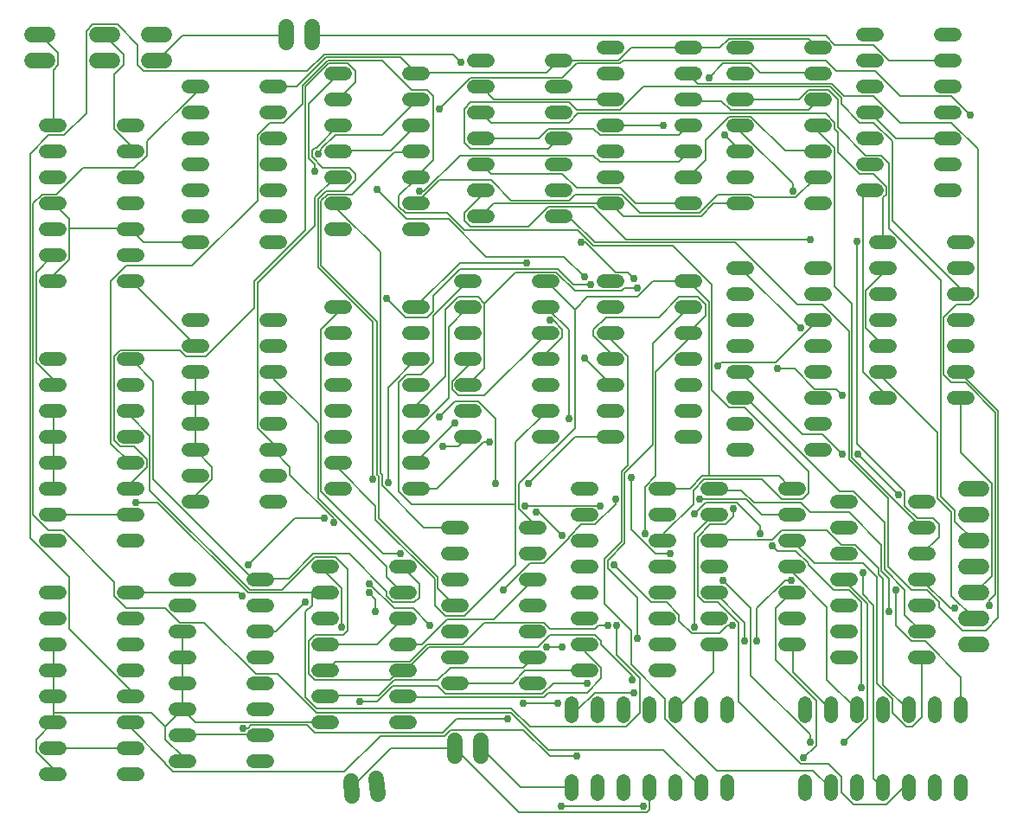
<source format=gbr>
G04 EAGLE Gerber RS-274X export*
G75*
%MOMM*%
%FSLAX34Y34*%
%LPD*%
%INTop Copper*%
%IPPOS*%
%AMOC8*
5,1,8,0,0,1.08239X$1,22.5*%
G01*
%ADD10C,1.320800*%
%ADD11C,1.524000*%
%ADD12C,0.152400*%
%ADD13C,0.756400*%


D10*
X571500Y31496D02*
X571500Y44704D01*
X596900Y44704D02*
X596900Y31496D01*
X723900Y31496D02*
X723900Y44704D01*
X723900Y107696D02*
X723900Y120904D01*
X622300Y44704D02*
X622300Y31496D01*
X647700Y31496D02*
X647700Y44704D01*
X698500Y44704D02*
X698500Y31496D01*
X673100Y31496D02*
X673100Y44704D01*
X698500Y107696D02*
X698500Y120904D01*
X673100Y120904D02*
X673100Y107696D01*
X647700Y107696D02*
X647700Y120904D01*
X622300Y120904D02*
X622300Y107696D01*
X596900Y107696D02*
X596900Y120904D01*
X571500Y120904D02*
X571500Y107696D01*
X349504Y508000D02*
X336296Y508000D01*
X336296Y482600D02*
X349504Y482600D01*
X349504Y355600D02*
X336296Y355600D01*
X336296Y330200D02*
X349504Y330200D01*
X349504Y457200D02*
X336296Y457200D01*
X336296Y431800D02*
X349504Y431800D01*
X349504Y381000D02*
X336296Y381000D01*
X336296Y406400D02*
X349504Y406400D01*
X412496Y330200D02*
X425704Y330200D01*
X425704Y355600D02*
X412496Y355600D01*
X412496Y381000D02*
X425704Y381000D01*
X425704Y406400D02*
X412496Y406400D01*
X412496Y431800D02*
X425704Y431800D01*
X425704Y457200D02*
X412496Y457200D01*
X412496Y482600D02*
X425704Y482600D01*
X425704Y508000D02*
X412496Y508000D01*
X729996Y546100D02*
X743204Y546100D01*
X743204Y520700D02*
X729996Y520700D01*
X729996Y393700D02*
X743204Y393700D01*
X743204Y368300D02*
X729996Y368300D01*
X729996Y495300D02*
X743204Y495300D01*
X743204Y469900D02*
X729996Y469900D01*
X729996Y419100D02*
X743204Y419100D01*
X743204Y444500D02*
X729996Y444500D01*
X806196Y368300D02*
X819404Y368300D01*
X819404Y393700D02*
X806196Y393700D01*
X806196Y419100D02*
X819404Y419100D01*
X819404Y444500D02*
X806196Y444500D01*
X806196Y469900D02*
X819404Y469900D01*
X819404Y495300D02*
X806196Y495300D01*
X806196Y520700D02*
X819404Y520700D01*
X819404Y546100D02*
X806196Y546100D01*
X349504Y736600D02*
X336296Y736600D01*
X336296Y711200D02*
X349504Y711200D01*
X349504Y584200D02*
X336296Y584200D01*
X412496Y584200D02*
X425704Y584200D01*
X349504Y685800D02*
X336296Y685800D01*
X336296Y660400D02*
X349504Y660400D01*
X349504Y609600D02*
X336296Y609600D01*
X336296Y635000D02*
X349504Y635000D01*
X412496Y609600D02*
X425704Y609600D01*
X425704Y635000D02*
X412496Y635000D01*
X412496Y660400D02*
X425704Y660400D01*
X425704Y685800D02*
X412496Y685800D01*
X412496Y711200D02*
X425704Y711200D01*
X425704Y736600D02*
X412496Y736600D01*
X336804Y254000D02*
X323596Y254000D01*
X323596Y228600D02*
X336804Y228600D01*
X336804Y101600D02*
X323596Y101600D01*
X399796Y101600D02*
X413004Y101600D01*
X336804Y203200D02*
X323596Y203200D01*
X323596Y177800D02*
X336804Y177800D01*
X336804Y127000D02*
X323596Y127000D01*
X323596Y152400D02*
X336804Y152400D01*
X399796Y127000D02*
X413004Y127000D01*
X413004Y152400D02*
X399796Y152400D01*
X399796Y177800D02*
X413004Y177800D01*
X413004Y203200D02*
X399796Y203200D01*
X399796Y228600D02*
X413004Y228600D01*
X413004Y254000D02*
X399796Y254000D01*
X602996Y533400D02*
X616204Y533400D01*
X616204Y508000D02*
X602996Y508000D01*
X602996Y381000D02*
X616204Y381000D01*
X679196Y381000D02*
X692404Y381000D01*
X616204Y482600D02*
X602996Y482600D01*
X602996Y457200D02*
X616204Y457200D01*
X616204Y406400D02*
X602996Y406400D01*
X602996Y431800D02*
X616204Y431800D01*
X679196Y406400D02*
X692404Y406400D01*
X692404Y431800D02*
X679196Y431800D01*
X679196Y457200D02*
X692404Y457200D01*
X692404Y482600D02*
X679196Y482600D01*
X679196Y508000D02*
X692404Y508000D01*
X692404Y533400D02*
X679196Y533400D01*
X704596Y330200D02*
X717804Y330200D01*
X717804Y304800D02*
X704596Y304800D01*
X704596Y177800D02*
X717804Y177800D01*
X780796Y177800D02*
X794004Y177800D01*
X717804Y279400D02*
X704596Y279400D01*
X704596Y254000D02*
X717804Y254000D01*
X717804Y203200D02*
X704596Y203200D01*
X704596Y228600D02*
X717804Y228600D01*
X780796Y203200D02*
X794004Y203200D01*
X794004Y228600D02*
X780796Y228600D01*
X780796Y254000D02*
X794004Y254000D01*
X794004Y279400D02*
X780796Y279400D01*
X780796Y304800D02*
X794004Y304800D01*
X794004Y330200D02*
X780796Y330200D01*
X616204Y762000D02*
X602996Y762000D01*
X602996Y736600D02*
X616204Y736600D01*
X616204Y609600D02*
X602996Y609600D01*
X679196Y609600D02*
X692404Y609600D01*
X616204Y711200D02*
X602996Y711200D01*
X602996Y685800D02*
X616204Y685800D01*
X616204Y635000D02*
X602996Y635000D01*
X602996Y660400D02*
X616204Y660400D01*
X679196Y635000D02*
X692404Y635000D01*
X692404Y660400D02*
X679196Y660400D01*
X679196Y685800D02*
X692404Y685800D01*
X692404Y711200D02*
X679196Y711200D01*
X679196Y736600D02*
X692404Y736600D01*
X692404Y762000D02*
X679196Y762000D01*
X476504Y533400D02*
X463296Y533400D01*
X463296Y508000D02*
X476504Y508000D01*
X476504Y381000D02*
X463296Y381000D01*
X539496Y381000D02*
X552704Y381000D01*
X476504Y482600D02*
X463296Y482600D01*
X463296Y457200D02*
X476504Y457200D01*
X476504Y406400D02*
X463296Y406400D01*
X463296Y431800D02*
X476504Y431800D01*
X539496Y406400D02*
X552704Y406400D01*
X552704Y431800D02*
X539496Y431800D01*
X539496Y457200D02*
X552704Y457200D01*
X552704Y482600D02*
X539496Y482600D01*
X539496Y508000D02*
X552704Y508000D01*
X552704Y533400D02*
X539496Y533400D01*
X869696Y571500D02*
X882904Y571500D01*
X882904Y546100D02*
X869696Y546100D01*
X869696Y419100D02*
X882904Y419100D01*
X945896Y419100D02*
X959104Y419100D01*
X882904Y520700D02*
X869696Y520700D01*
X869696Y495300D02*
X882904Y495300D01*
X882904Y444500D02*
X869696Y444500D01*
X869696Y469900D02*
X882904Y469900D01*
X945896Y444500D02*
X959104Y444500D01*
X959104Y469900D02*
X945896Y469900D01*
X945896Y495300D02*
X959104Y495300D01*
X959104Y520700D02*
X945896Y520700D01*
X945896Y546100D02*
X959104Y546100D01*
X959104Y571500D02*
X945896Y571500D01*
X743204Y762000D02*
X729996Y762000D01*
X729996Y736600D02*
X743204Y736600D01*
X743204Y609600D02*
X729996Y609600D01*
X806196Y609600D02*
X819404Y609600D01*
X743204Y711200D02*
X729996Y711200D01*
X729996Y685800D02*
X743204Y685800D01*
X743204Y635000D02*
X729996Y635000D01*
X729996Y660400D02*
X743204Y660400D01*
X806196Y635000D02*
X819404Y635000D01*
X819404Y660400D02*
X806196Y660400D01*
X806196Y685800D02*
X819404Y685800D01*
X819404Y711200D02*
X806196Y711200D01*
X806196Y736600D02*
X819404Y736600D01*
X819404Y762000D02*
X806196Y762000D01*
X70104Y685800D02*
X56896Y685800D01*
X56896Y660400D02*
X70104Y660400D01*
X70104Y533400D02*
X56896Y533400D01*
X133096Y533400D02*
X146304Y533400D01*
X70104Y635000D02*
X56896Y635000D01*
X56896Y609600D02*
X70104Y609600D01*
X70104Y558800D02*
X56896Y558800D01*
X56896Y584200D02*
X70104Y584200D01*
X133096Y558800D02*
X146304Y558800D01*
X146304Y584200D02*
X133096Y584200D01*
X133096Y609600D02*
X146304Y609600D01*
X146304Y635000D02*
X133096Y635000D01*
X133096Y660400D02*
X146304Y660400D01*
X146304Y685800D02*
X133096Y685800D01*
X450596Y292100D02*
X463804Y292100D01*
X463804Y266700D02*
X450596Y266700D01*
X450596Y139700D02*
X463804Y139700D01*
X526796Y139700D02*
X540004Y139700D01*
X463804Y241300D02*
X450596Y241300D01*
X450596Y215900D02*
X463804Y215900D01*
X463804Y165100D02*
X450596Y165100D01*
X450596Y190500D02*
X463804Y190500D01*
X526796Y165100D02*
X540004Y165100D01*
X540004Y190500D02*
X526796Y190500D01*
X526796Y215900D02*
X540004Y215900D01*
X540004Y241300D02*
X526796Y241300D01*
X526796Y266700D02*
X540004Y266700D01*
X540004Y292100D02*
X526796Y292100D01*
X800100Y44704D02*
X800100Y31496D01*
X825500Y31496D02*
X825500Y44704D01*
X952500Y44704D02*
X952500Y31496D01*
X952500Y107696D02*
X952500Y120904D01*
X850900Y44704D02*
X850900Y31496D01*
X876300Y31496D02*
X876300Y44704D01*
X927100Y44704D02*
X927100Y31496D01*
X901700Y31496D02*
X901700Y44704D01*
X927100Y107696D02*
X927100Y120904D01*
X901700Y120904D02*
X901700Y107696D01*
X876300Y107696D02*
X876300Y120904D01*
X850900Y120904D02*
X850900Y107696D01*
X825500Y107696D02*
X825500Y120904D01*
X800100Y120904D02*
X800100Y107696D01*
X489204Y749300D02*
X475996Y749300D01*
X475996Y723900D02*
X489204Y723900D01*
X489204Y596900D02*
X475996Y596900D01*
X552196Y596900D02*
X565404Y596900D01*
X489204Y698500D02*
X475996Y698500D01*
X475996Y673100D02*
X489204Y673100D01*
X489204Y622300D02*
X475996Y622300D01*
X475996Y647700D02*
X489204Y647700D01*
X552196Y622300D02*
X565404Y622300D01*
X565404Y647700D02*
X552196Y647700D01*
X552196Y673100D02*
X565404Y673100D01*
X565404Y698500D02*
X552196Y698500D01*
X552196Y723900D02*
X565404Y723900D01*
X565404Y749300D02*
X552196Y749300D01*
X831596Y317500D02*
X844804Y317500D01*
X844804Y292100D02*
X831596Y292100D01*
X831596Y165100D02*
X844804Y165100D01*
X907796Y165100D02*
X921004Y165100D01*
X844804Y266700D02*
X831596Y266700D01*
X831596Y241300D02*
X844804Y241300D01*
X844804Y190500D02*
X831596Y190500D01*
X831596Y215900D02*
X844804Y215900D01*
X907796Y190500D02*
X921004Y190500D01*
X921004Y215900D02*
X907796Y215900D01*
X907796Y241300D02*
X921004Y241300D01*
X921004Y266700D02*
X907796Y266700D01*
X907796Y292100D02*
X921004Y292100D01*
X921004Y317500D02*
X907796Y317500D01*
X209804Y723900D02*
X196596Y723900D01*
X196596Y698500D02*
X209804Y698500D01*
X209804Y571500D02*
X196596Y571500D01*
X272796Y571500D02*
X286004Y571500D01*
X209804Y673100D02*
X196596Y673100D01*
X196596Y647700D02*
X209804Y647700D01*
X209804Y596900D02*
X196596Y596900D01*
X196596Y622300D02*
X209804Y622300D01*
X272796Y596900D02*
X286004Y596900D01*
X286004Y622300D02*
X272796Y622300D01*
X272796Y647700D02*
X286004Y647700D01*
X286004Y673100D02*
X272796Y673100D01*
X272796Y698500D02*
X286004Y698500D01*
X286004Y723900D02*
X272796Y723900D01*
X70104Y457200D02*
X56896Y457200D01*
X56896Y431800D02*
X70104Y431800D01*
X70104Y304800D02*
X56896Y304800D01*
X56896Y279400D02*
X70104Y279400D01*
X70104Y406400D02*
X56896Y406400D01*
X56896Y381000D02*
X70104Y381000D01*
X70104Y330200D02*
X56896Y330200D01*
X56896Y355600D02*
X70104Y355600D01*
X133096Y279400D02*
X146304Y279400D01*
X146304Y304800D02*
X133096Y304800D01*
X133096Y330200D02*
X146304Y330200D01*
X146304Y355600D02*
X133096Y355600D01*
X133096Y381000D02*
X146304Y381000D01*
X146304Y406400D02*
X133096Y406400D01*
X133096Y431800D02*
X146304Y431800D01*
X146304Y457200D02*
X133096Y457200D01*
X196596Y495300D02*
X209804Y495300D01*
X209804Y469900D02*
X196596Y469900D01*
X196596Y342900D02*
X209804Y342900D01*
X209804Y317500D02*
X196596Y317500D01*
X196596Y444500D02*
X209804Y444500D01*
X209804Y419100D02*
X196596Y419100D01*
X196596Y368300D02*
X209804Y368300D01*
X209804Y393700D02*
X196596Y393700D01*
X272796Y317500D02*
X286004Y317500D01*
X286004Y342900D02*
X272796Y342900D01*
X272796Y368300D02*
X286004Y368300D01*
X286004Y393700D02*
X272796Y393700D01*
X272796Y419100D02*
X286004Y419100D01*
X286004Y444500D02*
X272796Y444500D01*
X272796Y469900D02*
X286004Y469900D01*
X286004Y495300D02*
X272796Y495300D01*
X70104Y228600D02*
X56896Y228600D01*
X56896Y203200D02*
X70104Y203200D01*
X70104Y76200D02*
X56896Y76200D01*
X56896Y50800D02*
X70104Y50800D01*
X70104Y177800D02*
X56896Y177800D01*
X56896Y152400D02*
X70104Y152400D01*
X70104Y101600D02*
X56896Y101600D01*
X56896Y127000D02*
X70104Y127000D01*
X133096Y50800D02*
X146304Y50800D01*
X146304Y76200D02*
X133096Y76200D01*
X133096Y101600D02*
X146304Y101600D01*
X146304Y127000D02*
X133096Y127000D01*
X133096Y152400D02*
X146304Y152400D01*
X146304Y177800D02*
X133096Y177800D01*
X133096Y203200D02*
X146304Y203200D01*
X146304Y228600D02*
X133096Y228600D01*
X183896Y241300D02*
X197104Y241300D01*
X197104Y215900D02*
X183896Y215900D01*
X183896Y88900D02*
X197104Y88900D01*
X197104Y63500D02*
X183896Y63500D01*
X183896Y190500D02*
X197104Y190500D01*
X197104Y165100D02*
X183896Y165100D01*
X183896Y114300D02*
X197104Y114300D01*
X197104Y139700D02*
X183896Y139700D01*
X260096Y63500D02*
X273304Y63500D01*
X273304Y88900D02*
X260096Y88900D01*
X260096Y114300D02*
X273304Y114300D01*
X273304Y139700D02*
X260096Y139700D01*
X260096Y165100D02*
X273304Y165100D01*
X273304Y190500D02*
X260096Y190500D01*
X260096Y215900D02*
X273304Y215900D01*
X273304Y241300D02*
X260096Y241300D01*
X856996Y774700D02*
X870204Y774700D01*
X870204Y749300D02*
X856996Y749300D01*
X856996Y622300D02*
X870204Y622300D01*
X933196Y622300D02*
X946404Y622300D01*
X870204Y723900D02*
X856996Y723900D01*
X856996Y698500D02*
X870204Y698500D01*
X870204Y647700D02*
X856996Y647700D01*
X856996Y673100D02*
X870204Y673100D01*
X933196Y647700D02*
X946404Y647700D01*
X946404Y673100D02*
X933196Y673100D01*
X933196Y698500D02*
X946404Y698500D01*
X946404Y723900D02*
X933196Y723900D01*
X933196Y749300D02*
X946404Y749300D01*
X946404Y774700D02*
X933196Y774700D01*
X590804Y330200D02*
X577596Y330200D01*
X577596Y304800D02*
X590804Y304800D01*
X590804Y177800D02*
X577596Y177800D01*
X577596Y152400D02*
X590804Y152400D01*
X590804Y279400D02*
X577596Y279400D01*
X577596Y254000D02*
X590804Y254000D01*
X590804Y203200D02*
X577596Y203200D01*
X577596Y228600D02*
X590804Y228600D01*
X653796Y152400D02*
X667004Y152400D01*
X667004Y177800D02*
X653796Y177800D01*
X653796Y203200D02*
X667004Y203200D01*
X667004Y228600D02*
X653796Y228600D01*
X653796Y254000D02*
X667004Y254000D01*
X667004Y279400D02*
X653796Y279400D01*
X653796Y304800D02*
X667004Y304800D01*
X667004Y330200D02*
X653796Y330200D01*
D11*
X457200Y83820D02*
X457200Y68580D01*
X482600Y68580D02*
X482600Y83820D01*
X355053Y44723D02*
X356222Y29528D01*
X381547Y31477D02*
X380378Y46672D01*
X58420Y749300D02*
X43180Y749300D01*
X43180Y774700D02*
X58420Y774700D01*
X106680Y749300D02*
X121920Y749300D01*
X121920Y774700D02*
X106680Y774700D01*
X157480Y749300D02*
X172720Y749300D01*
X172720Y774700D02*
X157480Y774700D01*
X292100Y767080D02*
X292100Y782320D01*
X317500Y782320D02*
X317500Y767080D01*
X957580Y177800D02*
X972820Y177800D01*
X972820Y203200D02*
X957580Y203200D01*
X957580Y228600D02*
X972820Y228600D01*
X972820Y254000D02*
X957580Y254000D01*
X957580Y279400D02*
X972820Y279400D01*
X972820Y304800D02*
X957580Y304800D01*
X957580Y330200D02*
X972820Y330200D01*
D12*
X876300Y419100D02*
X876300Y425196D01*
X856488Y445008D01*
X856488Y615696D01*
X862584Y621792D01*
X863600Y622300D01*
X888492Y673608D02*
X938784Y673608D01*
X888492Y673608D02*
X863600Y698500D01*
X938784Y673608D02*
X939800Y673100D01*
X609600Y609600D02*
X495300Y609600D01*
X482600Y596900D01*
X710184Y609600D02*
X736600Y609600D01*
X710184Y609600D02*
X697992Y597408D01*
X621792Y597408D01*
X609600Y609600D01*
X609600Y381000D02*
X574548Y381000D01*
X528828Y335280D01*
X460248Y371856D02*
X445008Y371856D01*
X460248Y371856D02*
X469392Y381000D01*
X469900Y381000D01*
X291084Y774192D02*
X190500Y774192D01*
X166116Y749808D01*
X291084Y774192D02*
X292100Y774700D01*
X166116Y749808D02*
X165100Y749300D01*
X204216Y324612D02*
X204216Y318516D01*
X204216Y324612D02*
X219456Y339852D01*
X219456Y352044D01*
X203200Y368300D01*
X204216Y318516D02*
X203200Y317500D01*
X202692Y394716D02*
X202692Y419100D01*
X202692Y394716D02*
X203200Y393700D01*
X202692Y419100D02*
X202692Y443484D01*
X203200Y444500D01*
X203200Y419100D02*
X202692Y419100D01*
X202692Y393192D02*
X202692Y368808D01*
X203200Y368300D01*
X202692Y393192D02*
X203200Y393700D01*
X64008Y533400D02*
X64008Y539496D01*
X79248Y554736D01*
X79248Y585216D02*
X79248Y594360D01*
X79248Y585216D02*
X79248Y554736D01*
X79248Y594360D02*
X64008Y609600D01*
X64008Y533400D02*
X63500Y533400D01*
X63500Y609600D02*
X64008Y609600D01*
X79248Y585216D02*
X138684Y585216D01*
X139700Y584200D01*
X152400Y571500D02*
X203200Y571500D01*
X152400Y571500D02*
X139700Y584200D01*
X710184Y176784D02*
X710184Y150876D01*
X673608Y114300D01*
X710184Y176784D02*
X711200Y177800D01*
X673608Y114300D02*
X673100Y114300D01*
X513588Y140208D02*
X457200Y140208D01*
X513588Y140208D02*
X525780Y152400D01*
X584200Y152400D01*
X457200Y140208D02*
X457200Y139700D01*
X457200Y76200D02*
X394716Y76200D01*
X356616Y38100D01*
X355637Y37126D01*
X64008Y356616D02*
X64008Y381000D01*
X64008Y356616D02*
X63500Y355600D01*
X64008Y381000D02*
X64008Y405384D01*
X63500Y406400D01*
X63500Y381000D02*
X64008Y381000D01*
X64008Y355092D02*
X64008Y330708D01*
X63500Y330200D01*
X64008Y355092D02*
X63500Y355600D01*
X62484Y57912D02*
X62484Y51816D01*
X62484Y57912D02*
X47244Y73152D01*
X47244Y85344D01*
X63500Y101600D01*
X62484Y51816D02*
X63500Y50800D01*
X64008Y128016D02*
X64008Y152400D01*
X64008Y128016D02*
X63500Y127000D01*
X64008Y152400D02*
X64008Y176784D01*
X63500Y177800D01*
X63500Y152400D02*
X64008Y152400D01*
X64008Y126492D02*
X64008Y111252D01*
X64008Y102108D01*
X63500Y101600D01*
X64008Y126492D02*
X63500Y127000D01*
X190500Y68580D02*
X190500Y63500D01*
X190500Y68580D02*
X173736Y85344D01*
X173736Y97536D01*
X190500Y114300D01*
X190500Y139700D02*
X190500Y165100D01*
X190500Y190500D01*
X190500Y139700D02*
X190500Y114300D01*
X160020Y111252D02*
X64008Y111252D01*
X160020Y111252D02*
X173736Y97536D01*
X202692Y102108D02*
X329184Y102108D01*
X202692Y102108D02*
X190500Y114300D01*
X329184Y102108D02*
X330200Y101600D01*
X647700Y38100D02*
X647700Y16764D01*
X644652Y13716D01*
X519684Y13716D01*
X457200Y76200D01*
D13*
X528828Y335280D03*
X445008Y371856D03*
D12*
X571500Y114300D02*
X577596Y114300D01*
X594360Y131064D01*
X632460Y131064D01*
X139700Y76200D02*
X63500Y76200D01*
X266700Y242316D02*
X294132Y242316D01*
X318516Y266700D01*
X353568Y266700D01*
X390144Y230124D01*
X390144Y225552D01*
X396240Y219456D01*
X417576Y219456D01*
X422148Y224028D01*
X422148Y237744D01*
X406908Y252984D01*
X406400Y254000D01*
X245364Y228600D02*
X139700Y228600D01*
X245364Y228600D02*
X248412Y225552D01*
X661416Y330708D02*
X687324Y330708D01*
X699516Y342900D01*
X705612Y342900D02*
X774192Y342900D01*
X705612Y342900D02*
X699516Y342900D01*
X774192Y342900D02*
X786384Y330708D01*
X661416Y330708D02*
X660400Y330200D01*
X786384Y330708D02*
X787400Y330200D01*
X461772Y551688D02*
X419100Y509016D01*
X461772Y551688D02*
X527304Y551688D01*
X419100Y509016D02*
X419100Y508000D01*
X533400Y297180D02*
X533400Y292100D01*
X533400Y297180D02*
X519684Y310896D01*
X519684Y335280D01*
X574548Y390144D01*
X574548Y505968D01*
X547116Y533400D01*
X546100Y533400D01*
X650748Y533400D02*
X685800Y533400D01*
X650748Y533400D02*
X635508Y518160D01*
X586740Y518160D01*
X574548Y505968D01*
X705612Y513588D02*
X705612Y342900D01*
X705612Y513588D02*
X685800Y533400D01*
X547116Y737616D02*
X419100Y737616D01*
X547116Y737616D02*
X558800Y749300D01*
X629412Y762000D02*
X685800Y762000D01*
X629412Y762000D02*
X617220Y749808D01*
X559308Y749808D01*
X558800Y749300D01*
X685800Y762000D02*
X716280Y762000D01*
X725424Y771144D01*
X803148Y771144D01*
X812292Y762000D01*
X812800Y762000D01*
X301752Y723900D02*
X279400Y723900D01*
X301752Y723900D02*
X330708Y752856D01*
X403860Y752856D01*
X419100Y737616D01*
X419100Y736600D01*
X266700Y242316D02*
X259080Y242316D01*
X161544Y339852D01*
X161544Y435864D01*
X140208Y457200D01*
X266700Y242316D02*
X266700Y241300D01*
X140208Y457200D02*
X139700Y457200D01*
D13*
X632460Y131064D03*
X248412Y225552D03*
X527304Y551688D03*
D12*
X521208Y38100D02*
X571500Y38100D01*
X521208Y38100D02*
X483108Y76200D01*
X482600Y76200D01*
X202692Y717804D02*
X202692Y723900D01*
X202692Y717804D02*
X155448Y670560D01*
X155448Y656844D01*
X143256Y644652D01*
X92964Y644652D01*
X67056Y618744D01*
X53340Y618744D01*
X44196Y609600D01*
X44196Y304800D01*
X59436Y289560D01*
X73152Y289560D01*
X123444Y239268D01*
X123444Y225552D01*
X135636Y213360D01*
X173736Y213360D01*
X187452Y199644D01*
X211836Y199644D01*
X262128Y149352D01*
X283464Y149352D01*
X321564Y111252D01*
X512064Y111252D01*
X548640Y74676D01*
X661416Y74676D01*
X697992Y38100D01*
X203200Y723900D02*
X202692Y723900D01*
X697992Y38100D02*
X698500Y38100D01*
X139700Y304800D02*
X63500Y304800D01*
X64008Y685800D02*
X64008Y740664D01*
X68580Y745236D01*
X68580Y757428D01*
X51816Y774192D01*
X63500Y685800D02*
X64008Y685800D01*
X51816Y774192D02*
X50800Y774700D01*
X62484Y438912D02*
X62484Y432816D01*
X62484Y438912D02*
X47244Y454152D01*
X47244Y542544D01*
X63500Y558800D01*
X62484Y432816D02*
X63500Y431800D01*
X144780Y316992D02*
X166116Y316992D01*
X254508Y228600D01*
X316992Y228600D02*
X330200Y228600D01*
X316992Y228600D02*
X254508Y228600D01*
X615696Y196596D02*
X615696Y167640D01*
X638556Y144780D01*
X638556Y111252D01*
X624840Y97536D01*
X530352Y97536D01*
X512064Y115824D01*
X321564Y115824D01*
X310896Y126492D01*
X310896Y210312D01*
X316992Y216408D01*
X316992Y228600D01*
D13*
X144780Y316992D03*
X615696Y196596D03*
D12*
X139700Y355600D02*
X120396Y374904D01*
X120396Y533400D01*
X135636Y548640D01*
X199644Y548640D01*
X263652Y612648D01*
X263652Y676656D01*
X275844Y688848D01*
X289560Y688848D01*
X307848Y707136D01*
X307848Y725424D01*
X332232Y749808D01*
X385572Y749808D01*
X414528Y720852D01*
X429768Y720852D01*
X435864Y714756D01*
X435864Y652272D01*
X419100Y635508D01*
X419100Y635000D01*
X661416Y286512D02*
X661416Y280416D01*
X661416Y286512D02*
X690372Y315468D01*
X690372Y329184D01*
X701040Y339852D01*
X757428Y339852D01*
X777240Y320040D01*
X797052Y320040D01*
X803148Y326136D01*
X803148Y347472D01*
X740664Y409956D01*
X725424Y409956D01*
X708660Y426720D01*
X708660Y530352D01*
X670560Y568452D01*
X592836Y568452D01*
X577596Y583692D01*
X466344Y583692D01*
X449580Y600456D01*
X408432Y600456D01*
X402336Y606552D01*
X402336Y617220D01*
X419100Y633984D01*
X661416Y280416D02*
X660400Y279400D01*
X419100Y633984D02*
X419100Y635000D01*
X140208Y336804D02*
X140208Y330708D01*
X140208Y336804D02*
X155448Y352044D01*
X155448Y359664D01*
X143256Y371856D01*
X129540Y371856D01*
X123444Y377952D01*
X123444Y460248D01*
X129540Y466344D01*
X187452Y466344D01*
X193548Y460248D01*
X213360Y460248D01*
X260604Y507492D01*
X260604Y533400D01*
X310896Y583692D01*
X310896Y723900D01*
X333756Y746760D01*
X352044Y746760D01*
X359664Y739140D01*
X359664Y728472D01*
X342900Y711708D01*
X140208Y330708D02*
X139700Y330200D01*
X342900Y711200D02*
X342900Y711708D01*
X573024Y530352D02*
X589788Y530352D01*
X573024Y530352D02*
X557784Y545592D01*
X461772Y545592D01*
X435864Y519684D01*
X435864Y504444D01*
X429768Y498348D01*
X408432Y498348D01*
X390144Y516636D01*
D13*
X589788Y530352D03*
X390144Y516636D03*
D12*
X138684Y661416D02*
X138684Y667512D01*
X123444Y682752D01*
X123444Y736092D01*
X132588Y745236D01*
X132588Y755904D01*
X114300Y774192D01*
X138684Y661416D02*
X139700Y660400D01*
X114300Y774192D02*
X114300Y774700D01*
X140208Y533400D02*
X202692Y470916D01*
X140208Y533400D02*
X139700Y533400D01*
X202692Y470916D02*
X203200Y469900D01*
X280416Y443484D02*
X280416Y437388D01*
X323088Y394716D01*
X323088Y321564D01*
X390144Y254508D01*
X390144Y243840D01*
X405384Y228600D01*
X280416Y443484D02*
X279400Y444500D01*
X405384Y228600D02*
X406400Y228600D01*
X597408Y196596D02*
X606552Y196596D01*
X597408Y196596D02*
X594360Y193548D01*
X550164Y193548D01*
X544068Y199644D01*
X486156Y199644D01*
X464820Y178308D01*
X429768Y178308D01*
X413004Y161544D01*
X339852Y161544D01*
X330708Y152400D01*
X330200Y152400D01*
D13*
X606552Y196596D03*
D12*
X323088Y658368D02*
X326136Y661416D01*
X326136Y662940D01*
X339852Y676656D01*
X385572Y676656D01*
X419100Y710184D01*
X419100Y711200D01*
X539496Y307848D02*
X562356Y284988D01*
X539496Y307848D02*
X536448Y307848D01*
D13*
X323088Y658368D03*
X562356Y284988D03*
X536448Y307848D03*
D12*
X278892Y368808D02*
X278892Y374904D01*
X263652Y390144D01*
X263652Y531876D01*
X320040Y588264D01*
X320040Y615696D01*
X338328Y633984D01*
X342900Y633984D01*
X278892Y368808D02*
X279400Y368300D01*
X342900Y633984D02*
X342900Y635000D01*
X525780Y313944D02*
X598932Y313944D01*
X338328Y301752D02*
X338328Y297180D01*
X338328Y301752D02*
X295656Y344424D01*
X295656Y352044D01*
X279400Y368300D01*
D13*
X598932Y313944D03*
X525780Y313944D03*
X338328Y297180D03*
D12*
X266700Y89916D02*
X190500Y89916D01*
X190500Y88900D01*
X266700Y88900D02*
X266700Y89916D01*
X882396Y749808D02*
X938784Y749808D01*
X882396Y749808D02*
X867156Y765048D01*
X829056Y765048D01*
X819912Y774192D01*
X318516Y774192D01*
X938784Y749808D02*
X939800Y749300D01*
X318516Y774192D02*
X317500Y774700D01*
X560832Y19812D02*
X641604Y19812D01*
X798576Y67056D02*
X810768Y79248D01*
X810768Y123444D01*
X771144Y163068D01*
X771144Y213360D01*
X786384Y228600D01*
X787400Y228600D01*
D13*
X560832Y19812D03*
X641604Y19812D03*
X798576Y67056D03*
D12*
X138684Y128016D02*
X138684Y134112D01*
X79248Y193548D01*
X79248Y243840D01*
X41148Y281940D01*
X41148Y658368D01*
X59436Y676656D01*
X74676Y676656D01*
X96012Y697992D01*
X96012Y778764D01*
X102108Y784860D01*
X126492Y784860D01*
X146304Y765048D01*
X146304Y745236D01*
X152400Y739140D01*
X312420Y739140D01*
X329184Y755904D01*
X455676Y755904D01*
X463296Y748284D01*
X580644Y571500D02*
X585216Y571500D01*
X614172Y542544D01*
X626364Y542544D01*
X632460Y536448D01*
X139700Y127000D02*
X138684Y128016D01*
X771144Y454152D02*
X812292Y495300D01*
X771144Y454152D02*
X717804Y454152D01*
X714756Y451104D01*
X812292Y495300D02*
X812800Y495300D01*
D13*
X463296Y748284D03*
X580644Y571500D03*
X632460Y536448D03*
X714756Y451104D03*
D12*
X140208Y100584D02*
X140208Y96012D01*
X173736Y62484D01*
X173736Y60960D01*
X181356Y53340D01*
X348996Y53340D01*
X384048Y88392D01*
X446532Y88392D01*
X452628Y94488D01*
X524256Y94488D01*
X550164Y68580D01*
X576072Y68580D01*
X752856Y181356D02*
X752856Y213360D01*
X780288Y240792D01*
X786384Y240792D01*
X795528Y487680D02*
X737616Y545592D01*
X139700Y101600D02*
X140208Y100584D01*
X736600Y546100D02*
X737616Y545592D01*
D13*
X576072Y68580D03*
X752856Y181356D03*
X786384Y240792D03*
X795528Y487680D03*
D12*
X281940Y190500D02*
X266700Y190500D01*
X281940Y190500D02*
X310896Y219456D01*
X504444Y231648D02*
X530352Y257556D01*
X544068Y257556D01*
X568452Y281940D01*
X568452Y283464D01*
X580644Y295656D01*
X594360Y295656D01*
X614172Y315468D01*
X614172Y320040D01*
X696468Y320040D02*
X742188Y320040D01*
X757428Y304800D01*
X787400Y304800D01*
D13*
X310896Y219456D03*
X504444Y231648D03*
X614172Y320040D03*
X696468Y320040D03*
D12*
X740664Y199644D02*
X740664Y181356D01*
X740664Y199644D02*
X711708Y228600D01*
X711200Y228600D01*
D13*
X740664Y181356D03*
D12*
X381000Y121920D02*
X364236Y121920D01*
X381000Y121920D02*
X396240Y137160D01*
X440436Y137160D01*
X448056Y129540D01*
X542544Y129540D01*
X553212Y140208D01*
X586740Y140208D01*
X635508Y184404D02*
X635508Y224028D01*
X606552Y252984D01*
X606552Y260604D01*
X623316Y277368D01*
X623316Y345948D01*
X650748Y373380D01*
X650748Y472440D01*
X685800Y507492D01*
X685800Y508000D01*
D13*
X364236Y121920D03*
X586740Y140208D03*
X635508Y184404D03*
D12*
X409956Y594360D02*
X381000Y623316D01*
X409956Y594360D02*
X451104Y594360D01*
X487680Y557784D01*
X563880Y557784D01*
X583692Y537972D01*
X583692Y458724D02*
X609600Y432816D01*
X609600Y431800D01*
D13*
X381000Y623316D03*
X583692Y537972D03*
X583692Y458724D03*
D12*
X140208Y405384D02*
X140208Y400812D01*
X158496Y382524D01*
X158496Y329184D01*
X256032Y231648D01*
X288036Y231648D01*
X320040Y263652D01*
X339852Y263652D01*
X352044Y251460D01*
X352044Y192024D01*
X347472Y187452D01*
X320040Y187452D01*
X313944Y181356D01*
X313944Y149352D01*
X320040Y143256D01*
X393192Y143256D01*
X402336Y152400D01*
X406400Y152400D01*
X140208Y405384D02*
X139700Y406400D01*
X630936Y147828D02*
X630936Y143256D01*
X630936Y147828D02*
X600456Y178308D01*
X600456Y181356D01*
X594360Y187452D01*
X550164Y187452D01*
X537972Y175260D01*
X431292Y175260D01*
X408432Y152400D01*
X406400Y152400D01*
D13*
X630936Y143256D03*
D12*
X254508Y96012D02*
X249936Y96012D01*
X254508Y96012D02*
X257556Y99060D01*
X312420Y99060D01*
X320040Y91440D01*
X445008Y91440D01*
X458724Y105156D01*
X509016Y105156D01*
X524256Y120396D02*
X557784Y120396D01*
X691896Y195072D02*
X691896Y286512D01*
X710184Y304800D01*
X711200Y304800D01*
D13*
X249936Y96012D03*
X509016Y105156D03*
X524256Y120396D03*
X557784Y120396D03*
X691896Y195072D03*
D12*
X330708Y248412D02*
X330708Y252984D01*
X330708Y248412D02*
X345948Y233172D01*
X345948Y195072D01*
X330708Y252984D02*
X330200Y254000D01*
X585216Y176784D02*
X585216Y170688D01*
X600456Y155448D01*
X600456Y144780D01*
X586740Y131064D01*
X548640Y131064D01*
X544068Y126492D01*
X406908Y126492D01*
X584200Y177800D02*
X585216Y176784D01*
X406908Y126492D02*
X406400Y127000D01*
X809244Y633984D02*
X812292Y633984D01*
X809244Y633984D02*
X790956Y615696D01*
X749808Y615696D01*
X746760Y618744D01*
X714756Y618744D01*
X696468Y600456D01*
X638556Y600456D01*
X620268Y618744D01*
X574548Y618744D01*
X568452Y612648D01*
X512064Y612648D01*
X492252Y632460D01*
X441960Y632460D01*
X419100Y609600D01*
X812292Y633984D02*
X812800Y635000D01*
X320040Y641604D02*
X320040Y647700D01*
X313944Y653796D01*
X313944Y707136D01*
X342900Y736092D01*
X342900Y736600D01*
D13*
X345948Y195072D03*
X320040Y641604D03*
D12*
X330708Y178308D02*
X381000Y178308D01*
X405384Y202692D01*
X330708Y178308D02*
X330200Y177800D01*
X405384Y202692D02*
X406400Y203200D01*
X394716Y661416D02*
X342900Y661416D01*
X394716Y661416D02*
X419100Y685800D01*
X342900Y661416D02*
X342900Y660400D01*
X882396Y242316D02*
X882396Y210312D01*
X882396Y242316D02*
X874776Y249936D01*
X874776Y275844D01*
X842772Y307848D01*
X804672Y307848D01*
X795528Y316992D01*
X749808Y316992D01*
X737616Y329184D01*
X711708Y329184D01*
X711200Y330200D01*
X755904Y737616D02*
X812292Y737616D01*
X755904Y737616D02*
X746760Y746760D01*
X719328Y746760D01*
X705612Y733044D01*
X812292Y737616D02*
X812800Y736600D01*
D13*
X882396Y210312D03*
X705612Y733044D03*
D12*
X736600Y419100D02*
X742188Y419100D01*
X833628Y327660D01*
X847344Y327660D01*
X877824Y297180D01*
X877824Y251460D01*
X897636Y231648D01*
X897636Y207264D01*
X914400Y190500D01*
X891540Y324612D02*
X851916Y364236D01*
X836676Y364236D02*
X816864Y384048D01*
X797052Y384048D01*
X736600Y444500D01*
D13*
X891540Y324612D03*
X851916Y364236D03*
X836676Y364236D03*
D12*
X609600Y457200D02*
X609600Y463296D01*
X592836Y480060D01*
X592836Y486156D01*
X605028Y498348D01*
X656844Y498348D01*
X676656Y518160D01*
X694944Y518160D01*
X702564Y510540D01*
X702564Y499872D01*
X685800Y483108D01*
X685800Y482600D01*
X914400Y165100D02*
X914400Y106680D01*
X905256Y97536D01*
X899160Y97536D01*
X885444Y111252D01*
X885444Y124968D01*
X870204Y140208D01*
X870204Y243840D01*
X856488Y257556D01*
X809244Y257556D01*
X787400Y279400D01*
X685800Y477012D02*
X685800Y482600D01*
X685800Y477012D02*
X653796Y445008D01*
X653796Y342900D01*
X643128Y332232D01*
X643128Y286512D01*
D13*
X643128Y286512D03*
D12*
X321564Y664464D02*
X342900Y685800D01*
X321564Y664464D02*
X320040Y664464D01*
X316992Y661416D01*
X316992Y655320D01*
X327660Y644652D01*
X353568Y644652D01*
X359664Y638556D01*
X359664Y632460D01*
X348996Y621792D01*
X330708Y621792D01*
X323088Y614172D01*
X323088Y547116D01*
X376428Y493776D01*
X376428Y339852D01*
D13*
X376428Y339852D03*
D12*
X342900Y603504D02*
X342900Y609600D01*
X342900Y603504D02*
X384048Y562356D01*
X384048Y345948D01*
X385572Y344424D01*
X385572Y333756D01*
X426720Y292608D01*
X457200Y292608D01*
X457200Y292100D01*
X496824Y335280D02*
X496824Y399288D01*
X480060Y416052D01*
X457200Y416052D01*
X441960Y400812D01*
D13*
X496824Y335280D03*
X441960Y400812D03*
D12*
X419100Y659892D02*
X397764Y659892D01*
X356616Y618744D01*
X332232Y618744D01*
X326136Y612648D01*
X326136Y548640D01*
X381000Y493776D01*
X381000Y344424D01*
X382524Y342900D01*
X382524Y301752D01*
X440436Y243840D01*
X440436Y233172D01*
X457200Y216408D01*
X419100Y659892D02*
X419100Y660400D01*
X457200Y216408D02*
X457200Y215900D01*
X382524Y128016D02*
X330708Y128016D01*
X382524Y128016D02*
X397764Y143256D01*
X440436Y143256D01*
X452628Y155448D01*
X524256Y155448D01*
X533400Y164592D01*
X330708Y128016D02*
X330200Y127000D01*
X533400Y164592D02*
X533400Y165100D01*
X425196Y178308D02*
X406908Y178308D01*
X425196Y178308D02*
X449580Y202692D01*
X495300Y202692D01*
X533400Y240792D01*
X406908Y178308D02*
X406400Y177800D01*
X533400Y240792D02*
X533400Y241300D01*
X609600Y477012D02*
X609600Y482600D01*
X609600Y477012D02*
X626364Y460248D01*
X626364Y353568D01*
X620268Y347472D01*
X620268Y278892D01*
X603504Y262128D01*
X603504Y217932D01*
X629412Y192024D01*
X629412Y158496D01*
X662940Y124968D01*
X662940Y105156D01*
X713232Y54864D01*
X807720Y54864D01*
X824484Y38100D01*
X825500Y38100D01*
X804672Y82296D02*
X804672Y89916D01*
X746760Y147828D01*
X746760Y213360D01*
X719328Y240792D01*
X667512Y266700D02*
X653796Y266700D01*
X629412Y291084D01*
X629412Y341376D01*
D13*
X804672Y82296D03*
X719328Y240792D03*
X667512Y266700D03*
X629412Y341376D03*
D12*
X896112Y38100D02*
X901700Y38100D01*
X896112Y38100D02*
X879348Y21336D01*
X847344Y21336D01*
X835152Y33528D01*
X835152Y48768D01*
X822960Y60960D01*
X795528Y60960D01*
X734568Y121920D01*
X734568Y199644D01*
X714756Y219456D01*
X701040Y219456D01*
X694944Y225552D01*
X694944Y283464D01*
X707136Y295656D01*
X722376Y295656D01*
X729996Y303276D01*
X729996Y310896D01*
D13*
X729996Y310896D03*
D12*
X772668Y448056D02*
X789432Y448056D01*
X809244Y428244D01*
X830580Y428244D01*
X836676Y422148D01*
X856488Y248412D02*
X856488Y227076D01*
X867156Y216408D01*
X867156Y47244D01*
X876300Y38100D01*
D13*
X772668Y448056D03*
X836676Y422148D03*
X856488Y248412D03*
D12*
X768096Y280416D02*
X711708Y280416D01*
X768096Y280416D02*
X777240Y289560D01*
X821436Y289560D01*
X835152Y275844D01*
X848868Y275844D01*
X871728Y252984D01*
X871728Y246888D01*
X876300Y242316D01*
X876300Y138684D01*
X900684Y114300D01*
X711200Y279400D02*
X711708Y280416D01*
X900684Y114300D02*
X901700Y114300D01*
X787908Y150876D02*
X787908Y176784D01*
X787908Y150876D02*
X824484Y114300D01*
X787908Y176784D02*
X787400Y177800D01*
X824484Y114300D02*
X825500Y114300D01*
X787908Y248412D02*
X787908Y252984D01*
X787908Y248412D02*
X821436Y214884D01*
X821436Y143256D01*
X850392Y114300D01*
X787908Y252984D02*
X787400Y254000D01*
X850392Y114300D02*
X850900Y114300D01*
X812292Y661416D02*
X780288Y661416D01*
X746760Y694944D01*
X725424Y694944D01*
X702564Y672084D01*
X702564Y652272D01*
X685800Y635508D01*
X812292Y661416D02*
X812800Y660400D01*
X685800Y635508D02*
X685800Y635000D01*
X342900Y355600D02*
X342900Y350520D01*
X379476Y313944D01*
X379476Y300228D01*
X437388Y242316D01*
X437388Y216408D01*
X448056Y205740D01*
X466344Y205740D01*
X516636Y256032D01*
X516636Y315468D02*
X516636Y376428D01*
X516636Y315468D02*
X516636Y256032D01*
X516636Y376428D02*
X545592Y405384D01*
X546100Y406400D01*
X435864Y499872D02*
X469392Y533400D01*
X435864Y499872D02*
X435864Y454152D01*
X423672Y441960D01*
X409956Y441960D01*
X402336Y434340D01*
X402336Y327660D01*
X414528Y315468D01*
X516636Y315468D01*
X469900Y533400D02*
X469392Y533400D01*
X484632Y376428D02*
X490728Y376428D01*
X484632Y376428D02*
X438912Y330708D01*
X419100Y330708D01*
X419100Y330200D01*
D13*
X490728Y376428D03*
D12*
X426720Y621792D02*
X422148Y621792D01*
X426720Y621792D02*
X461772Y656844D01*
X592836Y656844D01*
X598932Y650748D01*
X676656Y650748D01*
X685800Y659892D01*
X685800Y660400D01*
X379476Y222504D02*
X379476Y210312D01*
X379476Y222504D02*
X373380Y228600D01*
X391668Y336804D02*
X391668Y429768D01*
X419100Y457200D01*
D13*
X422148Y621792D03*
X379476Y210312D03*
X373380Y228600D03*
X391668Y336804D03*
D12*
X979932Y220980D02*
X979932Y216408D01*
X979932Y220980D02*
X986028Y227076D01*
X986028Y405384D01*
X957072Y434340D01*
X943356Y434340D01*
X935736Y441960D01*
X935736Y498348D01*
X947928Y510540D01*
X961644Y510540D01*
X969264Y518160D01*
X969264Y662940D01*
X943356Y688848D01*
X893064Y688848D01*
X867156Y714756D01*
X838200Y714756D01*
X826008Y726948D01*
X694944Y726948D01*
X685800Y736092D01*
X685800Y736600D01*
D13*
X979932Y216408D03*
D12*
X419100Y406400D02*
X419100Y411480D01*
X448056Y440436D01*
X448056Y505968D01*
X460248Y518160D01*
X480060Y518160D01*
X486156Y512064D01*
X486156Y448056D01*
X469900Y431800D01*
X952500Y146304D02*
X952500Y114300D01*
X952500Y146304D02*
X917448Y181356D01*
X903732Y181356D01*
X888492Y196596D01*
X888492Y231648D01*
X635508Y527304D02*
X623316Y527304D01*
X620268Y524256D01*
X574548Y524256D01*
X556260Y542544D01*
X516636Y542544D01*
X486156Y512064D01*
D13*
X888492Y231648D03*
X635508Y527304D03*
D12*
X854964Y219456D02*
X854964Y135636D01*
X854964Y219456D02*
X842772Y231648D01*
X827532Y231648D01*
X803148Y256032D01*
X803148Y257556D01*
X790956Y269748D01*
X772668Y269748D01*
X768096Y274320D01*
X755904Y286512D02*
X755904Y294132D01*
X733044Y316992D01*
X702564Y316992D01*
X691896Y306324D01*
X568452Y399288D02*
X568452Y486156D01*
X547116Y507492D01*
X546100Y508000D01*
X457200Y394716D02*
X419100Y356616D01*
X419100Y355600D01*
D13*
X854964Y135636D03*
X768096Y274320D03*
X755904Y286512D03*
X691896Y306324D03*
X568452Y399288D03*
X457200Y394716D03*
D12*
X329184Y301752D02*
X300228Y301752D01*
X254508Y256032D01*
X838200Y82296D02*
X861060Y105156D01*
X861060Y217932D01*
X838200Y240792D01*
X838200Y241300D01*
D13*
X329184Y301752D03*
X254508Y256032D03*
X838200Y82296D03*
D12*
X397764Y213360D02*
X373380Y237744D01*
X397764Y213360D02*
X416052Y213360D01*
X432816Y196596D01*
X547116Y175260D02*
X562356Y175260D01*
D13*
X373380Y237744D03*
X432816Y196596D03*
X547116Y175260D03*
X562356Y175260D03*
D12*
X685800Y710184D02*
X717804Y710184D01*
X726948Y701040D01*
X803148Y701040D01*
X812292Y710184D01*
X685800Y710184D02*
X685800Y711200D01*
X812292Y710184D02*
X812800Y711200D01*
X469392Y457200D02*
X469392Y451104D01*
X454152Y435864D01*
X454152Y428244D01*
X460248Y422148D01*
X486156Y422148D01*
X545592Y481584D01*
X469900Y457200D02*
X469392Y457200D01*
X545592Y481584D02*
X546100Y482600D01*
X723900Y196596D02*
X728472Y196596D01*
X723900Y196596D02*
X716280Y188976D01*
X688848Y188976D01*
X676656Y201168D01*
X676656Y207264D01*
X664464Y219456D01*
X649224Y219456D01*
X612648Y256032D01*
X609600Y685800D02*
X661416Y685800D01*
D13*
X728472Y196596D03*
X612648Y256032D03*
X661416Y685800D03*
D12*
X952500Y443484D02*
X989076Y406908D01*
X989076Y204216D01*
X976884Y192024D01*
X954024Y192024D01*
X931164Y214884D01*
X931164Y219456D01*
X918972Y231648D01*
X903732Y231648D01*
X880872Y254508D01*
X880872Y321564D01*
X842772Y359664D01*
X842772Y484632D01*
X816864Y510540D01*
X792480Y510540D01*
X731520Y571500D01*
X594360Y571500D01*
X569976Y595884D01*
X559308Y595884D01*
X952500Y444500D02*
X952500Y443484D01*
X559308Y595884D02*
X558800Y596900D01*
X419100Y387096D02*
X419100Y381000D01*
X419100Y387096D02*
X451104Y419100D01*
X451104Y489204D01*
X469900Y508000D01*
X342900Y508000D02*
X342900Y502920D01*
X326136Y486156D01*
X326136Y327660D01*
X387096Y266700D01*
X403860Y266700D01*
D13*
X403860Y266700D03*
D12*
X943356Y714756D02*
X961644Y696468D01*
X943356Y714756D02*
X893064Y714756D01*
X868680Y739140D01*
X830580Y739140D01*
X819912Y749808D01*
X621792Y749808D01*
X618744Y746760D01*
X576072Y746760D01*
X562356Y733044D01*
X472440Y733044D01*
X441960Y702564D01*
D13*
X961644Y696468D03*
X441960Y702564D03*
D12*
X876300Y615696D02*
X876300Y571500D01*
X876300Y615696D02*
X879348Y618744D01*
X879348Y626364D01*
X867156Y638556D01*
X853440Y638556D01*
X832104Y659892D01*
X832104Y679704D01*
X829056Y682752D01*
X829056Y688848D01*
X819912Y697992D01*
X577596Y697992D01*
X568452Y688848D01*
X492252Y688848D01*
X482600Y698500D01*
X481584Y621792D02*
X481584Y615696D01*
X466344Y600456D01*
X466344Y592836D01*
X472440Y586740D01*
X528828Y586740D01*
X548640Y606552D01*
X592836Y606552D01*
X624840Y574548D01*
X804672Y574548D01*
X482600Y622300D02*
X481584Y621792D01*
D13*
X804672Y574548D03*
D12*
X609600Y711708D02*
X495300Y711708D01*
X483108Y723900D01*
X609600Y711708D02*
X609600Y711200D01*
X483108Y723900D02*
X482600Y723900D01*
X633984Y609600D02*
X685800Y609600D01*
X633984Y609600D02*
X618744Y624840D01*
X576072Y624840D01*
X562356Y638556D01*
X492252Y638556D01*
X483108Y647700D01*
X482600Y647700D01*
X483108Y673608D02*
X539496Y673608D01*
X548640Y682752D01*
X592836Y682752D01*
X598932Y676656D01*
X676656Y676656D01*
X685800Y685800D01*
X483108Y673608D02*
X482600Y673100D01*
X547116Y463296D02*
X547116Y457200D01*
X547116Y463296D02*
X562356Y478536D01*
X562356Y486156D01*
X553212Y495300D01*
X550164Y495300D01*
X547116Y457200D02*
X546100Y457200D01*
D13*
X550164Y495300D03*
D12*
X720852Y676656D02*
X736092Y661416D01*
X736600Y660400D01*
X876300Y546100D02*
X876300Y541020D01*
X859536Y524256D01*
X859536Y487680D01*
X876300Y470916D01*
X876300Y469900D01*
D13*
X720852Y676656D03*
D12*
X952500Y525780D02*
X952500Y520700D01*
X952500Y525780D02*
X885444Y592836D01*
X885444Y670560D01*
X867156Y688848D01*
X853440Y688848D01*
X835152Y707136D01*
X835152Y713232D01*
X824484Y723900D01*
X641604Y723900D01*
X618744Y701040D01*
X576072Y701040D01*
X568452Y708660D01*
X472440Y708660D01*
X466344Y702564D01*
X466344Y669036D01*
X472440Y662940D01*
X548640Y662940D01*
X558800Y673100D01*
X737616Y679704D02*
X737616Y685800D01*
X737616Y679704D02*
X787908Y629412D01*
X787908Y621792D01*
X941832Y213360D02*
X946404Y213360D01*
X941832Y213360D02*
X914400Y240792D01*
X737616Y685800D02*
X736600Y685800D01*
X914400Y241300D02*
X914400Y240792D01*
D13*
X787908Y621792D03*
X946404Y213360D03*
D12*
X876300Y438912D02*
X876300Y444500D01*
X876300Y438912D02*
X929640Y385572D01*
X929640Y321564D01*
X943356Y307848D01*
X943356Y225552D01*
X964692Y204216D01*
X965200Y203200D01*
X952500Y365760D02*
X952500Y419100D01*
X952500Y365760D02*
X982980Y335280D01*
X982980Y245364D01*
X966216Y228600D01*
X965200Y228600D01*
X794004Y711708D02*
X737616Y711708D01*
X794004Y711708D02*
X803148Y720852D01*
X822960Y720852D01*
X832104Y711708D01*
X832104Y684276D01*
X859536Y656844D01*
X874776Y656844D01*
X882396Y649224D01*
X882396Y585216D01*
X932688Y534924D01*
X932688Y323088D01*
X946404Y309372D01*
X946404Y298704D01*
X964692Y280416D01*
X737616Y711708D02*
X736600Y711200D01*
X964692Y280416D02*
X965200Y279400D01*
X813816Y679704D02*
X813816Y685800D01*
X813816Y679704D02*
X829056Y664464D01*
X829056Y528828D01*
X845820Y512064D01*
X845820Y361188D01*
X914400Y292608D01*
X813816Y685800D02*
X812800Y685800D01*
X914400Y292608D02*
X914400Y292100D01*
X850392Y374904D02*
X850392Y573024D01*
X850392Y374904D02*
X897636Y327660D01*
X897636Y313944D01*
X909828Y301752D01*
X925068Y301752D01*
X931164Y295656D01*
X931164Y283464D01*
X914400Y266700D01*
D13*
X850392Y573024D03*
M02*

</source>
